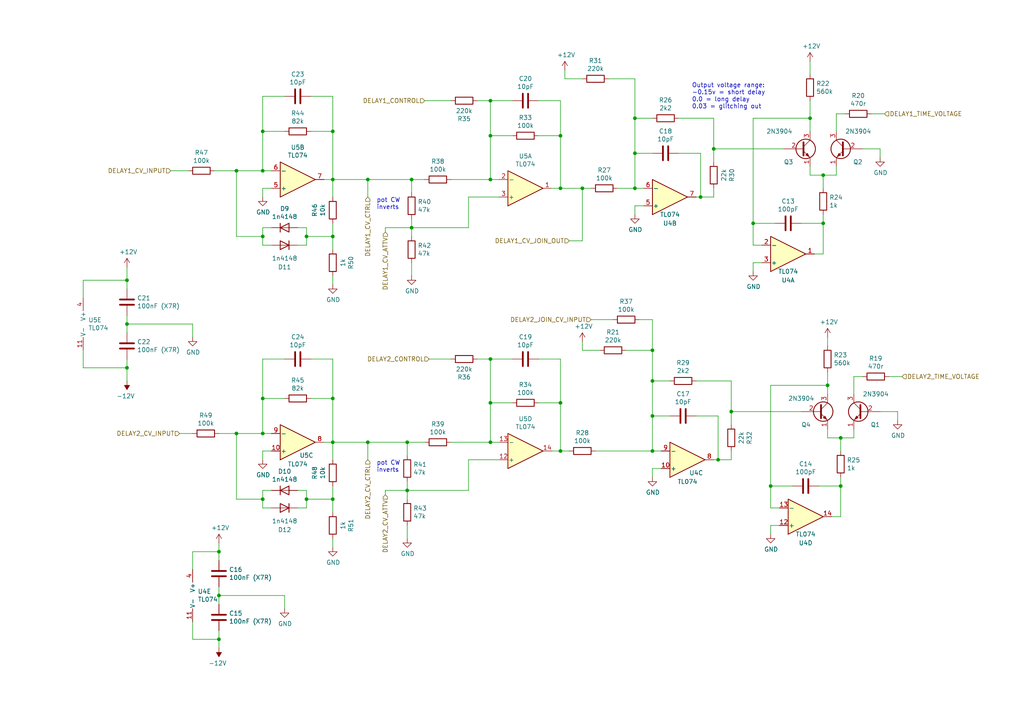
<source format=kicad_sch>
(kicad_sch (version 20211123) (generator eeschema)
  (paper "A4")
  (title_block (date "2022-01-13") (rev "v03") (comment 2 "creativecommons.org/licenses/by/4.0/") (comment 3 "License: CC BY 4.0") (comment 4 "Author: Guy John"))
  (lib_symbols
    (symbol "Amplifier_Operational:TL074" (pin_names (offset 0.127))
      (property "Reference" "U" (at 0 5.08 0))
      (property "Value" "TL074" (at 0 -5.08 0))
      (symbol "TL074_1_1"
        (polyline (pts (xy -5.08 5.08) (xy 5.08 0) (xy -5.08 -5.08) (xy -5.08 5.08)) (stroke (width 0.254)) (fill (type background)))
        (pin output line (at 7.62 0 180) (length 2.54) (name "~") (number "1"))
        (pin input line (at -7.62 -2.54 0) (length 2.54) (name "-") (number "2"))
        (pin input line (at -7.62 2.54 0) (length 2.54) (name "+") (number "3"))
      )
      (symbol "TL074_2_1"
        (polyline (pts (xy -5.08 5.08) (xy 5.08 0) (xy -5.08 -5.08) (xy -5.08 5.08)) (stroke (width 0.254)) (fill (type background)))
        (pin input line (at -7.62 2.54 0) (length 2.54) (name "+") (number "5"))
        (pin input line (at -7.62 -2.54 0) (length 2.54) (name "-") (number "6"))
        (pin output line (at 7.62 0 180) (length 2.54) (name "~") (number "7"))
      )
      (symbol "TL074_3_1"
        (polyline (pts (xy -5.08 5.08) (xy 5.08 0) (xy -5.08 -5.08) (xy -5.08 5.08)) (stroke (width 0.254)) (fill (type background)))
        (pin input line (at -7.62 2.54 0) (length 2.54) (name "+") (number "10"))
        (pin output line (at 7.62 0 180) (length 2.54) (name "~") (number "8"))
        (pin input line (at -7.62 -2.54 0) (length 2.54) (name "-") (number "9"))
      )
      (symbol "TL074_4_1"
        (polyline (pts (xy -5.08 5.08) (xy 5.08 0) (xy -5.08 -5.08) (xy -5.08 5.08)) (stroke (width 0.254)) (fill (type background)))
        (pin input line (at -7.62 2.54 0) (length 2.54) (name "+") (number "12"))
        (pin input line (at -7.62 -2.54 0) (length 2.54) (name "-") (number "13"))
        (pin output line (at 7.62 0 180) (length 2.54) (name "~") (number "14"))
      )
      (symbol "TL074_5_1"
        (pin power_in line (at -2.54 -7.62 90) (length 3.81) (name "V-") (number "11"))
        (pin power_in line (at -2.54 7.62 270) (length 3.81) (name "V+") (number "4"))
      )
    )
    (symbol "Device:C" (pin_numbers hide) (pin_names (offset 0.254))
      (property "Reference" "C" (at 0.635 2.54 0))
      (property "Value" "C" (at 0.635 -2.54 0))
      (symbol "C_0_1"
        (polyline (pts (xy -2.032 -0.762) (xy 2.032 -0.762)) (stroke (width 0.508)))
        (polyline (pts (xy -2.032 0.762) (xy 2.032 0.762)) (stroke (width 0.508)))
      )
      (symbol "C_1_1"
        (pin passive line (at 0 3.81 270) (length 2.794) (name "~") (number "1"))
        (pin passive line (at 0 -3.81 90) (length 2.794) (name "~") (number "2"))
      )
    )
    (symbol "Device:D" (pin_numbers hide) (pin_names (offset 1.016) hide)
      (property "Reference" "D" (at 0 2.54 0))
      (property "Value" "D" (at 0 -2.54 0))
      (symbol "D_0_1"
        (polyline (pts (xy -1.27 1.27) (xy -1.27 -1.27)) (stroke (width 0.254)))
        (polyline (pts (xy 1.27 0) (xy -1.27 0)))
        (polyline (pts (xy 1.27 1.27) (xy 1.27 -1.27) (xy -1.27 0) (xy 1.27 1.27)) (stroke (width 0.254)))
      )
      (symbol "D_1_1"
        (pin passive line (at -3.81 0 0) (length 2.54) (name "K") (number "1"))
        (pin passive line (at 3.81 0 180) (length 2.54) (name "A") (number "2"))
      )
    )
    (symbol "Device:R" (pin_numbers hide) (pin_names (offset 0))
      (property "Reference" "R" (at 2.032 0 90))
      (property "Value" "R" (at 0 0 90))
      (symbol "R_0_1"
        (rectangle (start -1.016 -2.54) (end 1.016 2.54) (stroke (width 0.254)))
      )
      (symbol "R_1_1"
        (pin passive line (at 0 3.81 270) (length 1.27) (name "~") (number "1"))
        (pin passive line (at 0 -3.81 90) (length 1.27) (name "~") (number "2"))
      )
    )
    (symbol "Transistor_BJT:2N3904" (pin_names (offset 0) hide)
      (property "Reference" "Q" (at 5.08 1.905 0))
      (property "Value" "2N3904" (at 5.08 0 0))
      (symbol "2N3904_0_1"
        (polyline (pts (xy 0.635 0.635) (xy 2.54 2.54)))
        (polyline (pts (xy 0.635 -0.635) (xy 2.54 -2.54) (xy 2.54 -2.54)))
        (polyline (pts (xy 0.635 1.905) (xy 0.635 -1.905) (xy 0.635 -1.905)) (stroke (width 0.508)))
        (polyline (pts (xy 1.27 -1.778) (xy 1.778 -1.27) (xy 2.286 -2.286) (xy 1.27 -1.778) (xy 1.27 -1.778)) (fill (type outline)))
        (circle (center 1.27 0) (radius 2.8194) (stroke (width 0.254)))
      )
      (symbol "2N3904_1_1"
        (pin passive line (at 2.54 -5.08 90) (length 2.54) (name "E") (number "1"))
        (pin passive line (at -5.08 0 0) (length 5.715) (name "B") (number "2"))
        (pin passive line (at 2.54 5.08 270) (length 2.54) (name "C") (number "3"))
      )
    )
    (symbol "power:+12V" (power) (pin_names (offset 0))
      (property "Value" "+12V" (at 0 3.556 0))
      (symbol "+12V_0_1"
        (polyline (pts (xy -0.762 1.27) (xy 0 2.54)))
        (polyline (pts (xy 0 0) (xy 0 2.54)))
        (polyline (pts (xy 0 2.54) (xy 0.762 1.27)))
      )
      (symbol "+12V_1_1"
        (pin power_in line (at 0 0 90) (length 0) hide (name "+12V") (number "1"))
      )
    )
    (symbol "power:-12V" (power) (pin_names (offset 0))
      (property "Value" "-12V" (at 0 3.81 0))
      (symbol "-12V_0_0"
        (pin power_in line (at 0 0 90) (length 0) hide (name "-12V") (number "1"))
      )
      (symbol "-12V_0_1"
        (polyline (pts (xy 0 0) (xy 0 1.27) (xy 0.762 1.27) (xy 0 2.54) (xy -0.762 1.27) (xy 0 1.27)) (fill (type outline)))
      )
    )
    (symbol "power:GND" (power) (pin_names (offset 0))
      (property "Value" "GND" (at 0 -3.81 0))
      (symbol "GND_0_1"
        (polyline (pts (xy 0 0) (xy 0 -1.27) (xy 1.27 -1.27) (xy 0 -2.54) (xy -1.27 -1.27) (xy 0 -1.27)))
      )
      (symbol "GND_1_1"
        (pin power_in line (at 0 0 270) (length 0) hide (name "GND") (number "1"))
      )
    )
  )
  (junction (at 36.83 106.68))
  (junction (at 118.11 142.24))
  (junction (at 142.24 52.07))
  (junction (at 203.2 57.15))
  (junction (at 234.95 34.29))
  (junction (at 240.03 111.76))
  (junction (at 189.23 130.81))
  (junction (at 207.01 43.18))
  (junction (at 184.15 34.29))
  (junction (at 238.76 64.77))
  (junction (at 96.52 115.57))
  (junction (at 184.15 54.61))
  (junction (at 189.23 101.6))
  (junction (at 68.58 125.73))
  (junction (at 162.56 39.37))
  (junction (at 162.56 130.81))
  (junction (at 162.56 54.61))
  (junction (at 106.68 52.07))
  (junction (at 118.11 128.27))
  (junction (at 76.2 125.73))
  (junction (at 119.38 66.04))
  (junction (at 96.52 128.27))
  (junction (at 243.84 127))
  (junction (at 88.9 144.78))
  (junction (at 142.24 39.37))
  (junction (at 63.5 160.02))
  (junction (at 142.24 116.84))
  (junction (at 76.2 49.53))
  (junction (at 142.24 128.27))
  (junction (at 106.68 128.27))
  (junction (at 36.83 93.98))
  (junction (at 184.15 44.45))
  (junction (at 96.52 52.07))
  (junction (at 76.2 38.1))
  (junction (at 96.52 68.58))
  (junction (at 243.84 140.97))
  (junction (at 63.5 172.72))
  (junction (at 142.24 104.14))
  (junction (at 168.91 54.61))
  (junction (at 63.5 185.42))
  (junction (at 208.28 133.35))
  (junction (at 142.24 29.21))
  (junction (at 238.76 50.8))
  (junction (at 68.58 49.53))
  (junction (at 189.23 120.65))
  (junction (at 76.2 144.78))
  (junction (at 189.23 110.49))
  (junction (at 96.52 144.78))
  (junction (at 96.52 38.1))
  (junction (at 119.38 52.07))
  (junction (at 162.56 116.84))
  (junction (at 76.2 115.57))
  (junction (at 212.09 119.38))
  (junction (at 218.44 64.77))
  (junction (at 88.9 68.58))
  (junction (at 76.2 68.58))
  (junction (at 223.52 140.97))
  (junction (at 36.83 81.28))
  (wire (pts (xy 168.91 69.85) (xy 168.91 54.61)))
  (wire (pts (xy 76.2 147.32) (xy 76.2 144.78)))
  (wire (pts (xy 227.33 43.18) (xy 207.01 43.18)))
  (wire (pts (xy 63.5 172.72) (xy 63.5 175.26)))
  (wire (pts (xy 243.84 130.81) (xy 243.84 127)))
  (wire (pts (xy 156.21 29.21) (xy 162.56 29.21)))
  (wire (pts (xy 207.01 34.29) (xy 207.01 43.18)))
  (wire (pts (xy 106.68 128.27) (xy 106.68 133.35)))
  (wire (pts (xy 240.03 111.76) (xy 240.03 114.3)))
  (wire (pts (xy 118.11 142.24) (xy 118.11 144.78)))
  (wire (pts (xy 189.23 135.89) (xy 189.23 138.43)))
  (wire (pts (xy 76.2 115.57) (xy 76.2 104.14)))
  (wire (pts (xy 86.36 142.24) (xy 88.9 142.24)))
  (wire (pts (xy 76.2 115.57) (xy 82.55 115.57)))
  (wire (pts (xy 63.5 160.02) (xy 63.5 162.56)))
  (wire (pts (xy 96.52 52.07) (xy 106.68 52.07)))
  (wire (pts (xy 223.52 140.97) (xy 223.52 147.32)))
  (wire (pts (xy 163.83 20.32) (xy 163.83 22.86)))
  (wire (pts (xy 55.88 185.42) (xy 63.5 185.42)))
  (wire (pts (xy 76.2 68.58) (xy 76.2 66.04)))
  (wire (pts (xy 142.24 128.27) (xy 144.78 128.27)))
  (wire (pts (xy 24.13 81.28) (xy 24.13 86.36)))
  (wire (pts (xy 24.13 106.68) (xy 36.83 106.68)))
  (wire (pts (xy 142.24 116.84) (xy 148.59 116.84)))
  (wire (pts (xy 247.65 109.22) (xy 250.19 109.22)))
  (wire (pts (xy 76.2 49.53) (xy 78.74 49.53)))
  (wire (pts (xy 111.76 66.04) (xy 119.38 66.04)))
  (wire (pts (xy 96.52 27.94) (xy 90.17 27.94)))
  (wire (pts (xy 252.73 33.02) (xy 256.54 33.02)))
  (wire (pts (xy 63.5 182.88) (xy 63.5 185.42)))
  (wire (pts (xy 36.83 106.68) (xy 36.83 110.49)))
  (wire (pts (xy 76.2 125.73) (xy 76.2 115.57)))
  (wire (pts (xy 76.2 27.94) (xy 76.2 38.1)))
  (wire (pts (xy 160.02 54.61) (xy 162.56 54.61)))
  (wire (pts (xy 223.52 140.97) (xy 229.87 140.97)))
  (wire (pts (xy 119.38 55.88) (xy 119.38 52.07)))
  (wire (pts (xy 189.23 101.6) (xy 189.23 110.49)))
  (wire (pts (xy 184.15 54.61) (xy 186.69 54.61)))
  (wire (pts (xy 96.52 140.97) (xy 96.52 144.78)))
  (wire (pts (xy 185.42 92.71) (xy 189.23 92.71)))
  (wire (pts (xy 93.98 128.27) (xy 96.52 128.27)))
  (wire (pts (xy 78.74 54.61) (xy 76.2 54.61)))
  (wire (pts (xy 237.49 140.97) (xy 243.84 140.97)))
  (wire (pts (xy 207.01 57.15) (xy 207.01 54.61)))
  (wire (pts (xy 212.09 110.49) (xy 212.09 119.38)))
  (wire (pts (xy 250.19 43.18) (xy 255.27 43.18)))
  (wire (pts (xy 201.93 57.15) (xy 203.2 57.15)))
  (wire (pts (xy 78.74 130.81) (xy 76.2 130.81)))
  (wire (pts (xy 76.2 142.24) (xy 78.74 142.24)))
  (wire (pts (xy 212.09 133.35) (xy 212.09 130.81)))
  (wire (pts (xy 55.88 160.02) (xy 63.5 160.02)))
  (wire (pts (xy 49.53 49.53) (xy 54.61 49.53)))
  (wire (pts (xy 76.2 49.53) (xy 76.2 38.1)))
  (wire (pts (xy 76.2 125.73) (xy 78.74 125.73)))
  (wire (pts (xy 184.15 54.61) (xy 184.15 44.45)))
  (wire (pts (xy 96.52 104.14) (xy 96.52 115.57)))
  (wire (pts (xy 156.21 39.37) (xy 162.56 39.37)))
  (wire (pts (xy 238.76 62.23) (xy 238.76 64.77)))
  (wire (pts (xy 242.57 33.02) (xy 245.11 33.02)))
  (wire (pts (xy 142.24 39.37) (xy 142.24 52.07)))
  (wire (pts (xy 119.38 63.5) (xy 119.38 66.04)))
  (wire (pts (xy 96.52 68.58) (xy 96.52 72.39)))
  (wire (pts (xy 118.11 128.27) (xy 123.19 128.27)))
  (wire (pts (xy 88.9 68.58) (xy 88.9 71.12)))
  (wire (pts (xy 88.9 66.04) (xy 88.9 68.58)))
  (wire (pts (xy 208.28 120.65) (xy 201.93 120.65)))
  (wire (pts (xy 234.95 34.29) (xy 234.95 29.21)))
  (wire (pts (xy 162.56 54.61) (xy 168.91 54.61)))
  (wire (pts (xy 119.38 76.2) (xy 119.38 80.01)))
  (wire (pts (xy 55.88 160.02) (xy 55.88 165.1)))
  (wire (pts (xy 76.2 54.61) (xy 76.2 57.15)))
  (wire (pts (xy 242.57 38.1) (xy 242.57 33.02)))
  (wire (pts (xy 172.72 130.81) (xy 189.23 130.81)))
  (wire (pts (xy 176.53 22.86) (xy 184.15 22.86)))
  (wire (pts (xy 135.89 66.04) (xy 119.38 66.04)))
  (wire (pts (xy 203.2 57.15) (xy 207.01 57.15)))
  (wire (pts (xy 148.59 104.14) (xy 142.24 104.14)))
  (wire (pts (xy 76.2 38.1) (xy 82.55 38.1)))
  (wire (pts (xy 135.89 57.15) (xy 135.89 66.04)))
  (wire (pts (xy 96.52 156.21) (xy 96.52 158.75)))
  (wire (pts (xy 144.78 57.15) (xy 135.89 57.15)))
  (wire (pts (xy 130.81 52.07) (xy 142.24 52.07)))
  (wire (pts (xy 76.2 68.58) (xy 68.58 68.58)))
  (wire (pts (xy 240.03 107.95) (xy 240.03 111.76)))
  (wire (pts (xy 242.57 48.26) (xy 242.57 50.8)))
  (wire (pts (xy 96.52 38.1) (xy 90.17 38.1)))
  (wire (pts (xy 218.44 34.29) (xy 234.95 34.29)))
  (wire (pts (xy 240.03 127) (xy 240.03 124.46)))
  (wire (pts (xy 223.52 111.76) (xy 240.03 111.76)))
  (wire (pts (xy 243.84 138.43) (xy 243.84 140.97)))
  (wire (pts (xy 243.84 127) (xy 240.03 127)))
  (wire (pts (xy 118.11 152.4) (xy 118.11 156.21)))
  (wire (pts (xy 24.13 101.6) (xy 24.13 106.68)))
  (wire (pts (xy 242.57 50.8) (xy 238.76 50.8)))
  (wire (pts (xy 243.84 140.97) (xy 243.84 149.86)))
  (wire (pts (xy 68.58 68.58) (xy 68.58 49.53)))
  (wire (pts (xy 220.98 71.12) (xy 218.44 71.12)))
  (wire (pts (xy 208.28 133.35) (xy 212.09 133.35)))
  (wire (pts (xy 111.76 142.24) (xy 118.11 142.24)))
  (wire (pts (xy 63.5 172.72) (xy 82.55 172.72)))
  (wire (pts (xy 255.27 43.18) (xy 255.27 45.72)))
  (wire (pts (xy 88.9 71.12) (xy 86.36 71.12)))
  (wire (pts (xy 238.76 73.66) (xy 236.22 73.66)))
  (wire (pts (xy 238.76 50.8) (xy 234.95 50.8)))
  (wire (pts (xy 238.76 54.61) (xy 238.76 50.8)))
  (wire (pts (xy 96.52 144.78) (xy 88.9 144.78)))
  (wire (pts (xy 76.2 144.78) (xy 68.58 144.78)))
  (wire (pts (xy 96.52 52.07) (xy 96.52 57.15)))
  (wire (pts (xy 36.83 106.68) (xy 36.83 104.14)))
  (wire (pts (xy 189.23 110.49) (xy 194.31 110.49)))
  (wire (pts (xy 142.24 29.21) (xy 142.24 39.37)))
  (wire (pts (xy 96.52 80.01) (xy 96.52 82.55)))
  (wire (pts (xy 184.15 34.29) (xy 189.23 34.29)))
  (wire (pts (xy 90.17 104.14) (xy 96.52 104.14)))
  (wire (pts (xy 63.5 170.18) (xy 63.5 172.72)))
  (wire (pts (xy 90.17 115.57) (xy 96.52 115.57)))
  (wire (pts (xy 212.09 119.38) (xy 212.09 123.19)))
  (wire (pts (xy 76.2 125.73) (xy 68.58 125.73)))
  (wire (pts (xy 78.74 71.12) (xy 76.2 71.12)))
  (wire (pts (xy 223.52 152.4) (xy 223.52 154.94)))
  (wire (pts (xy 168.91 54.61) (xy 171.45 54.61)))
  (wire (pts (xy 24.13 81.28) (xy 36.83 81.28)))
  (wire (pts (xy 142.24 104.14) (xy 142.24 116.84)))
  (wire (pts (xy 179.07 54.61) (xy 184.15 54.61)))
  (wire (pts (xy 247.65 124.46) (xy 247.65 127)))
  (wire (pts (xy 218.44 71.12) (xy 218.44 64.77)))
  (wire (pts (xy 189.23 44.45) (xy 184.15 44.45)))
  (wire (pts (xy 186.69 59.69) (xy 184.15 59.69)))
  (wire (pts (xy 148.59 39.37) (xy 142.24 39.37)))
  (wire (pts (xy 138.43 29.21) (xy 142.24 29.21)))
  (wire (pts (xy 96.52 144.78) (xy 96.52 148.59)))
  (wire (pts (xy 76.2 104.14) (xy 82.55 104.14)))
  (wire (pts (xy 208.28 133.35) (xy 208.28 120.65)))
  (wire (pts (xy 184.15 22.86) (xy 184.15 34.29)))
  (wire (pts (xy 238.76 73.66) (xy 238.76 64.77)))
  (wire (pts (xy 189.23 110.49) (xy 189.23 120.65)))
  (wire (pts (xy 36.83 93.98) (xy 55.88 93.98)))
  (wire (pts (xy 76.2 71.12) (xy 76.2 68.58)))
  (wire (pts (xy 218.44 76.2) (xy 218.44 78.74)))
  (wire (pts (xy 36.83 91.44) (xy 36.83 93.98)))
  (wire (pts (xy 123.19 29.21) (xy 130.81 29.21)))
  (wire (pts (xy 88.9 142.24) (xy 88.9 144.78)))
  (wire (pts (xy 96.52 64.77) (xy 96.52 68.58)))
  (wire (pts (xy 232.41 119.38) (xy 212.09 119.38)))
  (wire (pts (xy 189.23 92.71) (xy 189.23 101.6)))
  (wire (pts (xy 207.01 43.18) (xy 207.01 46.99)))
  (wire (pts (xy 162.56 130.81) (xy 162.56 116.84)))
  (wire (pts (xy 135.89 133.35) (xy 144.78 133.35)))
  (wire (pts (xy 96.52 52.07) (xy 96.52 38.1)))
  (wire (pts (xy 142.24 52.07) (xy 144.78 52.07)))
  (wire (pts (xy 218.44 64.77) (xy 218.44 34.29)))
  (wire (pts (xy 142.24 128.27) (xy 142.24 116.84)))
  (wire (pts (xy 171.45 92.71) (xy 177.8 92.71)))
  (wire (pts (xy 63.5 185.42) (xy 63.5 187.96)))
  (wire (pts (xy 234.95 17.78) (xy 234.95 21.59)))
  (wire (pts (xy 63.5 125.73) (xy 68.58 125.73)))
  (wire (pts (xy 36.83 81.28) (xy 36.83 83.82)))
  (wire (pts (xy 93.98 52.07) (xy 96.52 52.07)))
  (wire (pts (xy 55.88 180.34) (xy 55.88 185.42)))
  (wire (pts (xy 76.2 130.81) (xy 76.2 133.35)))
  (wire (pts (xy 240.03 100.33) (xy 240.03 97.79)))
  (wire (pts (xy 106.68 57.15) (xy 106.68 52.07)))
  (wire (pts (xy 68.58 144.78) (xy 68.58 125.73)))
  (wire (pts (xy 76.2 66.04) (xy 78.74 66.04)))
  (wire (pts (xy 96.52 128.27) (xy 106.68 128.27)))
  (wire (pts (xy 78.74 147.32) (xy 76.2 147.32)))
  (wire (pts (xy 234.95 34.29) (xy 234.95 38.1)))
  (wire (pts (xy 162.56 29.21) (xy 162.56 39.37)))
  (wire (pts (xy 203.2 44.45) (xy 196.85 44.45)))
  (wire (pts (xy 207.01 133.35) (xy 208.28 133.35)))
  (wire (pts (xy 118.11 139.7) (xy 118.11 142.24)))
  (wire (pts (xy 82.55 172.72) (xy 82.55 176.53)))
  (wire (pts (xy 189.23 130.81) (xy 191.77 130.81)))
  (wire (pts (xy 257.81 109.22) (xy 261.62 109.22)))
  (wire (pts (xy 223.52 140.97) (xy 223.52 111.76)))
  (wire (pts (xy 106.68 52.07) (xy 119.38 52.07)))
  (wire (pts (xy 63.5 157.48) (xy 63.5 160.02)))
  (wire (pts (xy 232.41 64.77) (xy 238.76 64.77)))
  (wire (pts (xy 138.43 104.14) (xy 142.24 104.14)))
  (wire (pts (xy 184.15 44.45) (xy 184.15 34.29)))
  (wire (pts (xy 135.89 133.35) (xy 135.89 142.24)))
  (wire (pts (xy 119.38 66.04) (xy 119.38 68.58)))
  (wire (pts (xy 194.31 120.65) (xy 189.23 120.65)))
  (wire (pts (xy 36.83 77.47) (xy 36.83 81.28)))
  (wire (pts (xy 82.55 27.94) (xy 76.2 27.94)))
  (wire (pts (xy 191.77 135.89) (xy 189.23 135.89)))
  (wire (pts (xy 88.9 147.32) (xy 86.36 147.32)))
  (wire (pts (xy 142.24 29.21) (xy 148.59 29.21)))
  (wire (pts (xy 68.58 49.53) (xy 76.2 49.53)))
  (wire (pts (xy 163.83 22.86) (xy 168.91 22.86)))
  (wire (pts (xy 106.68 128.27) (xy 118.11 128.27)))
  (wire (pts (xy 203.2 57.15) (xy 203.2 44.45)))
  (wire (pts (xy 86.36 66.04) (xy 88.9 66.04)))
  (wire (pts (xy 76.2 144.78) (xy 76.2 142.24)))
  (wire (pts (xy 255.27 119.38) (xy 260.35 119.38)))
  (wire (pts (xy 96.52 38.1) (xy 96.52 27.94)))
  (wire (pts (xy 218.44 64.77) (xy 224.79 64.77)))
  (wire (pts (xy 88.9 144.78) (xy 88.9 147.32)))
  (wire (pts (xy 168.91 99.06) (xy 168.91 101.6)))
  (wire (pts (xy 52.07 125.73) (xy 55.88 125.73)))
  (wire (pts (xy 247.65 127) (xy 243.84 127)))
  (wire (pts (xy 243.84 149.86) (xy 241.3 149.86)))
  (wire (pts (xy 96.52 115.57) (xy 96.52 128.27)))
  (wire (pts (xy 55.88 93.98) (xy 55.88 97.79)))
  (wire (pts (xy 181.61 101.6) (xy 189.23 101.6)))
  (wire (pts (xy 189.23 130.81) (xy 189.23 120.65)))
  (wire (pts (xy 68.58 49.53) (xy 62.23 49.53)))
  (wire (pts (xy 36.83 93.98) (xy 36.83 96.52)))
  (wire (pts (xy 220.98 76.2) (xy 218.44 76.2)))
  (wire (pts (xy 260.35 119.38) (xy 260.35 121.92)))
  (wire (pts (xy 168.91 101.6) (xy 173.99 101.6)))
  (wire (pts (xy 162.56 130.81) (xy 165.1 130.81)))
  (wire (pts (xy 124.46 104.14) (xy 130.81 104.14)))
  (wire (pts (xy 234.95 50.8) (xy 234.95 48.26)))
  (wire (pts (xy 111.76 67.31) (xy 111.76 66.04)))
  (wire (pts (xy 111.76 143.51) (xy 111.76 142.24)))
  (wire (pts (xy 130.81 128.27) (xy 142.24 128.27)))
  (wire (pts (xy 162.56 39.37) (xy 162.56 54.61)))
  (wire (pts (xy 135.89 142.24) (xy 118.11 142.24)))
  (wire (pts (xy 247.65 114.3) (xy 247.65 109.22)))
  (wire (pts (xy 162.56 104.14) (xy 156.21 104.14)))
  (wire (pts (xy 226.06 147.32) (xy 223.52 147.32)))
  (wire (pts (xy 96.52 133.35) (xy 96.52 128.27)))
  (wire (pts (xy 162.56 116.84) (xy 156.21 116.84)))
  (wire (pts (xy 196.85 34.29) (xy 207.01 34.29)))
  (wire (pts (xy 96.52 68.58) (xy 88.9 68.58)))
  (wire (pts (xy 201.93 110.49) (xy 212.09 110.49)))
  (wire (pts (xy 226.06 152.4) (xy 223.52 152.4)))
  (wire (pts (xy 160.02 130.81) (xy 162.56 130.81)))
  (wire (pts (xy 162.56 104.14) (xy 162.56 116.84)))
  (wire (pts (xy 168.91 69.85) (xy 165.1 69.85)))
  (wire (pts (xy 184.15 59.69) (xy 184.15 62.23)))
  (wire (pts (xy 118.11 132.08) (xy 118.11 128.27)))
  (wire (pts (xy 119.38 52.07) (xy 123.19 52.07)))
  (text "Output voltage range:\n-0.15v = short delay\n0.0 = long delay\n0.03 = glitching out" (at 200.66 31.75 0) (effects (font (size 1.27 1.27)) (justify left bottom)))
  (text "pot CW\ninverts" (at 109.22 60.96 0) (effects (font (size 1.27 1.27)) (justify left bottom)))
  (text "pot CW\ninverts" (at 109.22 137.16 0) (effects (font (size 1.27 1.27)) (justify left bottom)))
  (hierarchical_label "DELAY1_CV_JOIN_OUT" (shape input) (at 165.1 69.85 180))
  (hierarchical_label "DELAY2_CV_CTRL" (shape input) (at 106.68 133.35 270))
  (hierarchical_label "DELAY1_CONTROL" (shape input) (at 123.19 29.21 180))
  (hierarchical_label "DELAY1_TIME_VOLTAGE" (shape input) (at 256.54 33.02 0))
  (hierarchical_label "DELAY2_JOIN_CV_INPUT" (shape input) (at 171.45 92.71 180))
  (hierarchical_label "DELAY1_CV_CTRL" (shape input) (at 106.68 57.15 270))
  (hierarchical_label "DELAY2_TIME_VOLTAGE" (shape input) (at 261.62 109.22 0))
  (hierarchical_label "DELAY2_CV_ATTV" (shape input) (at 111.76 143.51 270))
  (hierarchical_label "DELAY1_CV_INPUT" (shape input) (at 49.53 49.53 180))
  (hierarchical_label "DELAY1_CV_ATTV" (shape input) (at 111.76 67.31 270))
  (hierarchical_label "DELAY2_CONTROL" (shape input) (at 124.46 104.14 180))
  (hierarchical_label "DELAY2_CV_INPUT" (shape input) (at 52.07 125.73 180))
  (symbol (lib_id "Amplifier_Operational:TL074") (at 26.67 93.98 0) (unit 5)
    (property "Reference" "U5" (at 25.6032 92.8116 0) (effects (justify left)))
    (property "Value" "TL074" (at 25.6032 95.123 0) (effects (justify left)))
    (property "Footprint" "Rumblesan_Footprints:DIP-14_W7.62mm_Socket" (effects hide))
    (property "Datasheet" "http://www.ti.com/lit/ds/symlink/tl071.pdf" (effects hide))
  )
  (symbol (lib_id "Amplifier_Operational:TL074") (at 58.42 172.72 0) (unit 5)
    (property "Reference" "U4" (at 57.3532 171.5516 0) (effects (justify left)))
    (property "Value" "TL074" (at 57.3532 173.863 0) (effects (justify left)))
    (property "Footprint" "Rumblesan_Footprints:DIP-14_W7.62mm_Socket" (effects hide))
    (property "Datasheet" "http://www.ti.com/lit/ds/symlink/tl071.pdf" (effects hide))
  )
  (symbol (lib_id "Device:C") (at 63.5 166.37 180) (unit 1)
    (property "Reference" "C16" (at 66.421 165.2016 0) (effects (justify right)))
    (property "Value" "100nF (X7R)" (at 66.421 167.513 0) (effects (justify right)))
    (property "Footprint" "Rumblesan_Footprints:C_Rect_L7.0mm_W3.5mm_P5.00mm" (effects hide))
  )
  (symbol (lib_id "Device:C") (at 63.5 179.07 180) (unit 1)
    (property "Reference" "C15" (at 66.421 177.9016 0) (effects (justify right)))
    (property "Value" "100nF (X7R)" (at 66.421 180.213 0) (effects (justify right)))
    (property "Footprint" "Rumblesan_Footprints:C_Rect_L7.0mm_W3.5mm_P5.00mm" (effects hide))
  )
  (symbol (lib_id "Device:C") (at 36.83 87.63 180) (unit 1)
    (property "Reference" "C21" (at 39.751 86.4616 0) (effects (justify right)))
    (property "Value" "100nF (X7R)" (at 39.751 88.773 0) (effects (justify right)))
    (property "Footprint" "Rumblesan_Footprints:C_Rect_L7.0mm_W3.5mm_P5.00mm" (effects hide))
  )
  (symbol (lib_id "Device:C") (at 36.83 100.33 180) (unit 1)
    (property "Reference" "C22" (at 39.751 99.1616 0) (effects (justify right)))
    (property "Value" "100nF (X7R)" (at 39.751 101.473 0) (effects (justify right)))
    (property "Footprint" "Rumblesan_Footprints:C_Rect_L7.0mm_W3.5mm_P5.00mm" (effects hide))
  )
  (symbol (lib_id "Device:R") (at 96.52 76.2 180) (unit 1)
    (property "Reference" "R50" (at 101.7778 76.2 90))
    (property "Value" "1k" (at 99.4664 76.2 90))
    (property "Footprint" "Rumblesan_Footprints:Resistor_THT_L6.3mm_D2.5mm_P10.16mm_Horizontal" (effects hide))
  )
  (symbol (lib_id "Device:R") (at 96.52 60.96 0) (unit 1)
    (property "Reference" "R46" (at 91.2622 60.96 90))
    (property "Value" "10k" (at 93.5736 60.96 90))
    (property "Footprint" "Rumblesan_Footprints:Resistor_THT_L6.3mm_D2.5mm_P10.16mm_Horizontal" (effects hide))
  )
  (symbol (lib_id "Device:D") (at 82.55 66.04 0) (unit 1)
    (property "Reference" "D9" (at 82.55 60.5282 0))
    (property "Value" "1n4148" (at 82.55 62.8396 0))
    (property "Footprint" "Rumblesan_Footprints:Diode_THT_P7.62mm_Horizontal" (effects hide))
  )
  (symbol (lib_id "Device:D") (at 82.55 71.12 180) (unit 1)
    (property "Reference" "D11" (at 82.55 77.47 0))
    (property "Value" "1n4148" (at 82.55 74.93 0))
    (property "Footprint" "Rumblesan_Footprints:Diode_THT_P7.62mm_Horizontal" (effects hide))
  )
  (symbol (lib_id "Amplifier_Operational:TL074") (at 194.31 57.15 0) (mirror x) (unit 2)
    (property "Reference" "U4" (at 194.31 64.77 0))
    (property "Value" "TL074" (at 194.31 62.23 0))
    (property "Footprint" "Rumblesan_Footprints:DIP-14_W7.62mm_Socket" (effects hide))
    (property "Datasheet" "http://www.ti.com/lit/ds/symlink/tl071.pdf" (effects hide))
  )
  (symbol (lib_id "Amplifier_Operational:TL074") (at 199.39 133.35 0) (mirror x) (unit 3)
    (property "Reference" "U4" (at 201.93 137.16 0))
    (property "Value" "TL074" (at 199.39 139.7 0))
    (property "Footprint" "Rumblesan_Footprints:DIP-14_W7.62mm_Socket" (effects hide))
    (property "Datasheet" "http://www.ti.com/lit/ds/symlink/tl071.pdf" (effects hide))
  )
  (symbol (lib_id "Device:R") (at 198.12 110.49 270) (unit 1)
    (property "Reference" "R29" (at 198.12 105.2322 90))
    (property "Value" "2k2" (at 198.12 107.5436 90))
    (property "Footprint" "Rumblesan_Footprints:Resistor_THT_L6.3mm_D2.5mm_P10.16mm_Horizontal" (effects hide))
  )
  (symbol (lib_id "Device:R") (at 212.09 127 180) (unit 1)
    (property "Reference" "R32" (at 217.3478 127 90))
    (property "Value" "22k" (at 215.0364 127 90))
    (property "Footprint" "Rumblesan_Footprints:Resistor_THT_L6.3mm_D2.5mm_P10.16mm_Horizontal" (effects hide))
  )
  (symbol (lib_id "Device:C") (at 198.12 120.65 270) (unit 1)
    (property "Reference" "C17" (at 198.12 114.2492 90))
    (property "Value" "10pF" (at 198.12 116.5606 90))
    (property "Footprint" "Rumblesan_Footprints:C_Rect_L7.0mm_W3.5mm_P5.00mm" (effects hide))
  )
  (symbol (lib_id "Device:R") (at 177.8 101.6 270) (unit 1)
    (property "Reference" "R21" (at 177.8 96.3422 90))
    (property "Value" "220k" (at 177.8 98.6536 90))
    (property "Footprint" "Rumblesan_Footprints:Resistor_THT_L6.3mm_D2.5mm_P10.16mm_Horizontal" (effects hide))
  )
  (symbol (lib_id "Transistor_BJT:2N3904") (at 250.19 119.38 0) (mirror y) (unit 1)
    (property "Reference" "Q1" (at 255.27 123.19 0) (effects (justify left)))
    (property "Value" "2N3904" (at 257.81 114.3 0) (effects (justify left)))
    (property "Footprint" "Package_TO_SOT_THT:TO-92_Inline_Wide" (effects hide))
    (property "Datasheet" "https://www.onsemi.com/pub/Collateral/2N3903-D.PDF" (effects hide))
  )
  (symbol (lib_id "Transistor_BJT:2N3904") (at 237.49 119.38 0) (unit 1)
    (property "Reference" "Q4" (at 232.41 123.19 0) (effects (justify left)))
    (property "Value" "2N3904" (at 228.6 115.57 0) (effects (justify left)))
    (property "Footprint" "Package_TO_SOT_THT:TO-92_Inline_Wide" (effects hide))
    (property "Datasheet" "https://www.onsemi.com/pub/Collateral/2N3903-D.PDF" (effects hide))
  )
  (symbol (lib_id "Device:R") (at 243.84 134.62 0) (unit 1)
    (property "Reference" "R25" (at 245.618 133.4516 0) (effects (justify left)))
    (property "Value" "1k" (at 245.618 135.763 0) (effects (justify left)))
    (property "Footprint" "Rumblesan_Footprints:Resistor_THT_L6.3mm_D2.5mm_P10.16mm_Horizontal" (effects hide))
  )
  (symbol (lib_id "Device:C") (at 233.68 140.97 90) (unit 1)
    (property "Reference" "C14" (at 233.68 134.5692 90))
    (property "Value" "100pF" (at 233.68 136.8806 90))
    (property "Footprint" "Rumblesan_Footprints:C_Rect_L7.0mm_W3.5mm_P5.00mm" (effects hide))
  )
  (symbol (lib_id "Device:R") (at 240.03 104.14 0) (unit 1)
    (property "Reference" "R23" (at 241.808 102.9716 0) (effects (justify left)))
    (property "Value" "560k" (at 241.808 105.283 0) (effects (justify left)))
    (property "Footprint" "Rumblesan_Footprints:Resistor_THT_L6.3mm_D2.5mm_P10.16mm_Horizontal" (effects hide))
  )
  (symbol (lib_id "Device:R") (at 254 109.22 270) (unit 1)
    (property "Reference" "R19" (at 254 103.9622 90))
    (property "Value" "470r" (at 254 106.2736 90))
    (property "Footprint" "Rumblesan_Footprints:Resistor_THT_L6.3mm_D2.5mm_P10.16mm_Horizontal" (effects hide))
  )
  (symbol (lib_id "Device:R") (at 168.91 130.81 270) (unit 1)
    (property "Reference" "R28" (at 168.91 125.5522 90))
    (property "Value" "100k" (at 168.91 127.8636 90))
    (property "Footprint" "Rumblesan_Footprints:Resistor_THT_L6.3mm_D2.5mm_P10.16mm_Horizontal" (effects hide))
  )
  (symbol (lib_id "Device:C") (at 152.4 104.14 270) (unit 1)
    (property "Reference" "C19" (at 152.4 97.7392 90))
    (property "Value" "10pF" (at 152.4 100.0506 90))
    (property "Footprint" "Rumblesan_Footprints:C_Rect_L7.0mm_W3.5mm_P5.00mm" (effects hide))
  )
  (symbol (lib_id "Device:R") (at 152.4 116.84 270) (unit 1)
    (property "Reference" "R34" (at 152.4 111.5822 90))
    (property "Value" "100k" (at 152.4 113.8936 90))
    (property "Footprint" "Rumblesan_Footprints:Resistor_THT_L6.3mm_D2.5mm_P10.16mm_Horizontal" (effects hide))
  )
  (symbol (lib_id "Device:R") (at 118.11 148.59 180) (unit 1)
    (property "Reference" "R43" (at 119.888 147.4216 0) (effects (justify right)))
    (property "Value" "47k" (at 119.888 149.733 0) (effects (justify right)))
    (property "Footprint" "Rumblesan_Footprints:Resistor_THT_L6.3mm_D2.5mm_P10.16mm_Horizontal" (effects hide))
  )
  (symbol (lib_id "Device:R") (at 127 128.27 270) (unit 1)
    (property "Reference" "R39" (at 127 123.0122 90))
    (property "Value" "100k" (at 127 125.3236 90))
    (property "Footprint" "Rumblesan_Footprints:Resistor_THT_L6.3mm_D2.5mm_P10.16mm_Horizontal" (effects hide))
  )
  (symbol (lib_id "Amplifier_Operational:TL074") (at 228.6 73.66 0) (mirror x) (unit 1)
    (property "Reference" "U4" (at 228.6 81.28 0))
    (property "Value" "TL074" (at 228.6 78.74 0))
    (property "Footprint" "Rumblesan_Footprints:DIP-14_W7.62mm_Socket" (effects hide))
    (property "Datasheet" "http://www.ti.com/lit/ds/symlink/tl071.pdf" (effects hide))
  )
  (symbol (lib_id "Amplifier_Operational:TL074") (at 86.36 52.07 0) (mirror x) (unit 2)
    (property "Reference" "U5" (at 86.36 42.7482 0))
    (property "Value" "TL074" (at 86.36 45.0596 0))
    (property "Footprint" "Rumblesan_Footprints:DIP-14_W7.62mm_Socket" (effects hide))
    (property "Datasheet" "http://www.ti.com/lit/ds/symlink/tl071.pdf" (effects hide))
  )
  (symbol (lib_id "Amplifier_Operational:TL074") (at 86.36 128.27 0) (mirror x) (unit 3)
    (property "Reference" "U5" (at 88.9 132.08 0))
    (property "Value" "TL074" (at 86.36 134.62 0))
    (property "Footprint" "Rumblesan_Footprints:DIP-14_W7.62mm_Socket" (effects hide))
    (property "Datasheet" "http://www.ti.com/lit/ds/symlink/tl071.pdf" (effects hide))
  )
  (symbol (lib_id "Device:R") (at 193.04 34.29 270) (unit 1)
    (property "Reference" "R26" (at 193.04 29.0322 90))
    (property "Value" "2k2" (at 193.04 31.3436 90))
    (property "Footprint" "Rumblesan_Footprints:Resistor_THT_L6.3mm_D2.5mm_P10.16mm_Horizontal" (effects hide))
  )
  (symbol (lib_id "Device:R") (at 207.01 50.8 180) (unit 1)
    (property "Reference" "R30" (at 212.2678 50.8 90))
    (property "Value" "22k" (at 209.9564 50.8 90))
    (property "Footprint" "Rumblesan_Footprints:Resistor_THT_L6.3mm_D2.5mm_P10.16mm_Horizontal" (effects hide))
  )
  (symbol (lib_id "Device:C") (at 193.04 44.45 270) (unit 1)
    (property "Reference" "C18" (at 193.04 38.0492 90))
    (property "Value" "10pF" (at 193.04 40.3606 90))
    (property "Footprint" "Rumblesan_Footprints:C_Rect_L7.0mm_W3.5mm_P5.00mm" (effects hide))
  )
  (symbol (lib_id "Transistor_BJT:2N3904") (at 245.11 43.18 0) (mirror y) (unit 1)
    (property "Reference" "Q2" (at 250.19 46.99 0) (effects (justify left)))
    (property "Value" "2N3904" (at 252.73 38.1 0) (effects (justify left)))
    (property "Footprint" "Package_TO_SOT_THT:TO-92_Inline_Wide" (effects hide))
    (property "Datasheet" "https://www.onsemi.com/pub/Collateral/2N3903-D.PDF" (effects hide))
  )
  (symbol (lib_id "Transistor_BJT:2N3904") (at 232.41 43.18 0) (unit 1)
    (property "Reference" "Q3" (at 227.33 46.99 0) (effects (justify left)))
    (property "Value" "2N3904" (at 222.25 38.1 0) (effects (justify left)))
    (property "Footprint" "Package_TO_SOT_THT:TO-92_Inline_Wide" (effects hide))
    (property "Datasheet" "https://www.onsemi.com/pub/Collateral/2N3903-D.PDF" (effects hide))
  )
  (symbol (lib_id "Device:R") (at 238.76 58.42 0) (unit 1)
    (property "Reference" "R24" (at 240.538 57.2516 0) (effects (justify left)))
    (property "Value" "1k" (at 240.538 59.563 0) (effects (justify left)))
    (property "Footprint" "Rumblesan_Footprints:Resistor_THT_L6.3mm_D2.5mm_P10.16mm_Horizontal" (effects hide))
  )
  (symbol (lib_id "Device:C") (at 228.6 64.77 90) (unit 1)
    (property "Reference" "C13" (at 228.6 58.3692 90))
    (property "Value" "100pF" (at 228.6 60.6806 90))
    (property "Footprint" "Rumblesan_Footprints:C_Rect_L7.0mm_W3.5mm_P5.00mm" (effects hide))
  )
  (symbol (lib_id "Device:R") (at 234.95 25.4 0) (unit 1)
    (property "Reference" "R22" (at 236.728 24.2316 0) (effects (justify left)))
    (property "Value" "560k" (at 236.728 26.543 0) (effects (justify left)))
    (property "Footprint" "Rumblesan_Footprints:Resistor_THT_L6.3mm_D2.5mm_P10.16mm_Horizontal" (effects hide))
  )
  (symbol (lib_id "Device:R") (at 248.92 33.02 270) (unit 1)
    (property "Reference" "R20" (at 248.92 27.7622 90))
    (property "Value" "470r" (at 248.92 30.0736 90))
    (property "Footprint" "Rumblesan_Footprints:Resistor_THT_L6.3mm_D2.5mm_P10.16mm_Horizontal" (effects hide))
  )
  (symbol (lib_id "Device:R") (at 127 52.07 270) (unit 1)
    (property "Reference" "R38" (at 127 46.8122 90))
    (property "Value" "100k" (at 127 49.1236 90))
    (property "Footprint" "Rumblesan_Footprints:Resistor_THT_L6.3mm_D2.5mm_P10.16mm_Horizontal" (effects hide))
  )
  (symbol (lib_id "Device:C") (at 86.36 27.94 270) (unit 1)
    (property "Reference" "C23" (at 86.36 21.5392 90))
    (property "Value" "10pF" (at 86.36 23.8506 90))
    (property "Footprint" "Rumblesan_Footprints:C_Rect_L7.0mm_W3.5mm_P5.00mm" (effects hide))
  )
  (symbol (lib_id "Device:R") (at 86.36 38.1 270) (unit 1)
    (property "Reference" "R44" (at 86.36 32.8422 90))
    (property "Value" "82k" (at 86.36 35.1536 90))
    (property "Footprint" "Rumblesan_Footprints:Resistor_THT_L6.3mm_D2.5mm_P10.16mm_Horizontal" (effects hide))
  )
  (symbol (lib_id "Device:R") (at 119.38 72.39 180) (unit 1)
    (property "Reference" "R42" (at 121.158 71.2216 0) (effects (justify right)))
    (property "Value" "47k" (at 121.158 73.533 0) (effects (justify right)))
    (property "Footprint" "Rumblesan_Footprints:Resistor_THT_L6.3mm_D2.5mm_P10.16mm_Horizontal" (effects hide))
  )
  (symbol (lib_id "Device:R") (at 58.42 49.53 270) (unit 1)
    (property "Reference" "R47" (at 58.42 44.2722 90))
    (property "Value" "100k" (at 58.42 46.5836 90))
    (property "Footprint" "Rumblesan_Footprints:Resistor_THT_L6.3mm_D2.5mm_P10.16mm_Horizontal" (effects hide))
  )
  (symbol (lib_id "Amplifier_Operational:TL074") (at 152.4 54.61 0) (mirror x) (unit 1)
    (property "Reference" "U5" (at 152.4 45.2882 0))
    (property "Value" "TL074" (at 152.4 47.5996 0))
    (property "Footprint" "Rumblesan_Footprints:DIP-14_W7.62mm_Socket" (effects hide))
    (property "Datasheet" "http://www.ti.com/lit/ds/symlink/tl071.pdf" (effects hide))
  )
  (symbol (lib_id "Amplifier_Operational:TL074") (at 152.4 130.81 0) (mirror x) (unit 4)
    (property "Reference" "U5" (at 152.4 121.4882 0))
    (property "Value" "TL074" (at 152.4 123.7996 0))
    (property "Footprint" "Rumblesan_Footprints:DIP-14_W7.62mm_Socket" (effects hide))
    (property "Datasheet" "http://www.ti.com/lit/ds/symlink/tl071.pdf" (effects hide))
  )
  (symbol (lib_id "Device:R") (at 152.4 39.37 270) (unit 1)
    (property "Reference" "R33" (at 152.4 34.1122 90))
    (property "Value" "100k" (at 152.4 36.4236 90))
    (property "Footprint" "Rumblesan_Footprints:Resistor_THT_L6.3mm_D2.5mm_P10.16mm_Horizontal" (effects hide))
  )
  (symbol (lib_id "Device:R") (at 175.26 54.61 270) (unit 1)
    (property "Reference" "R27" (at 175.26 49.3522 90))
    (property "Value" "100k" (at 175.26 51.6636 90))
    (property "Footprint" "Rumblesan_Footprints:Resistor_THT_L6.3mm_D2.5mm_P10.16mm_Horizontal" (effects hide))
  )
  (symbol (lib_id "Device:C") (at 152.4 29.21 270) (unit 1)
    (property "Reference" "C20" (at 152.4 22.8092 90))
    (property "Value" "10pF" (at 152.4 25.1206 90))
    (property "Footprint" "Rumblesan_Footprints:C_Rect_L7.0mm_W3.5mm_P5.00mm" (effects hide))
  )
  (symbol (lib_id "Device:R") (at 134.62 104.14 90) (unit 1)
    (property "Reference" "R36" (at 134.62 109.3978 90))
    (property "Value" "220k" (at 134.62 107.0864 90))
    (property "Footprint" "Rumblesan_Footprints:Resistor_THT_L6.3mm_D2.5mm_P10.16mm_Horizontal" (effects hide))
  )
  (symbol (lib_id "Amplifier_Operational:TL074") (at 233.68 149.86 0) (mirror x) (unit 4)
    (property "Reference" "U4" (at 233.68 157.48 0))
    (property "Value" "TL074" (at 233.68 154.94 0))
    (property "Footprint" "Rumblesan_Footprints:DIP-14_W7.62mm_Socket" (effects hide))
    (property "Datasheet" "http://www.ti.com/lit/ds/symlink/tl071.pdf" (effects hide))
  )
  (symbol (lib_id "Device:R") (at 86.36 115.57 90) (mirror x) (unit 1)
    (property "Reference" "R45" (at 86.36 110.3122 90))
    (property "Value" "82k" (at 86.36 112.6236 90))
    (property "Footprint" "Rumblesan_Footprints:Resistor_THT_L6.3mm_D2.5mm_P10.16mm_Horizontal" (effects hide))
  )
  (symbol (lib_id "Device:R") (at 59.69 125.73 90) (mirror x) (unit 1)
    (property "Reference" "R49" (at 59.69 120.4722 90))
    (property "Value" "100k" (at 59.69 122.7836 90))
    (property "Footprint" "Rumblesan_Footprints:Resistor_THT_L6.3mm_D2.5mm_P10.16mm_Horizontal" (effects hide))
  )
  (symbol (lib_id "Device:R") (at 181.61 92.71 90) (mirror x) (unit 1)
    (property "Reference" "R37" (at 181.61 87.4522 90))
    (property "Value" "100k" (at 181.61 89.7636 90))
    (property "Footprint" "Rumblesan_Footprints:Resistor_THT_L6.3mm_D2.5mm_P10.16mm_Horizontal" (effects hide))
  )
  (symbol (lib_id "Device:R") (at 172.72 22.86 270) (unit 1)
    (property "Reference" "R31" (at 172.72 17.6022 90))
    (property "Value" "220k" (at 172.72 19.9136 90))
    (property "Footprint" "Rumblesan_Footprints:Resistor_THT_L6.3mm_D2.5mm_P10.16mm_Horizontal" (effects hide))
  )
  (symbol (lib_id "Device:R") (at 134.62 29.21 90) (unit 1)
    (property "Reference" "R35" (at 134.62 34.4678 90))
    (property "Value" "220k" (at 134.62 32.1564 90))
    (property "Footprint" "Rumblesan_Footprints:Resistor_THT_L6.3mm_D2.5mm_P10.16mm_Horizontal" (effects hide))
  )
  (symbol (lib_id "Device:R") (at 119.38 59.69 180) (unit 1)
    (property "Reference" "R40" (at 121.158 58.5216 0) (effects (justify right)))
    (property "Value" "47k" (at 121.158 60.833 0) (effects (justify right)))
    (property "Footprint" "Rumblesan_Footprints:Resistor_THT_L6.3mm_D2.5mm_P10.16mm_Horizontal" (effects hide))
  )
  (symbol (lib_id "Device:R") (at 96.52 152.4 180) (unit 1)
    (property "Reference" "R51" (at 101.7778 152.4 90))
    (property "Value" "1k" (at 99.4664 152.4 90))
    (property "Footprint" "Rumblesan_Footprints:Resistor_THT_L6.3mm_D2.5mm_P10.16mm_Horizontal" (effects hide))
  )
  (symbol (lib_id "Device:D") (at 82.55 142.24 0) (unit 1)
    (property "Reference" "D10" (at 82.55 136.7282 0))
    (property "Value" "1n4148" (at 82.55 139.0396 0))
    (property "Footprint" "Rumblesan_Footprints:Diode_THT_P7.62mm_Horizontal" (effects hide))
  )
  (symbol (lib_id "Device:D") (at 82.55 147.32 180) (unit 1)
    (property "Reference" "D12" (at 82.55 153.67 0))
    (property "Value" "1n4148" (at 82.55 151.13 0))
    (property "Footprint" "Rumblesan_Footprints:Diode_THT_P7.62mm_Horizontal" (effects hide))
  )
  (symbol (lib_id "Device:R") (at 96.52 137.16 0) (unit 1)
    (property "Reference" "R48" (at 91.2622 137.16 90))
    (property "Value" "10k" (at 93.5736 137.16 90))
    (property "Footprint" "Rumblesan_Footprints:Resistor_THT_L6.3mm_D2.5mm_P10.16mm_Horizontal" (effects hide))
  )
  (symbol (lib_id "Device:R") (at 118.11 135.89 180) (unit 1)
    (property "Reference" "R41" (at 119.888 134.7216 0) (effects (justify right)))
    (property "Value" "47k" (at 119.888 137.033 0) (effects (justify right)))
    (property "Footprint" "Rumblesan_Footprints:Resistor_THT_L6.3mm_D2.5mm_P10.16mm_Horizontal" (effects hide))
  )
  (symbol (lib_id "Device:C") (at 86.36 104.14 270) (unit 1)
    (property "Reference" "C24" (at 86.36 97.7392 90))
    (property "Value" "10pF" (at 86.36 100.0506 90))
    (property "Footprint" "Rumblesan_Footprints:C_Rect_L7.0mm_W3.5mm_P5.00mm" (effects hide))
  )
  (symbol (lib_id "power:GND") (at 118.11 156.21 0) (unit 1)
    (property "Reference" "#PWR0137" (effects hide))
    (property "Value" "GND" (at 118.237 160.6042 0))
  )
  (symbol (lib_id "power:+12V") (at 63.5 157.48 0) (unit 1)
    (property "Reference" "#PWR0125" (effects hide))
    (property "Value" "+12V" (at 63.881 153.0858 0))
  )
  (symbol (lib_id "power:GND") (at 96.52 82.55 0) (unit 1)
    (property "Reference" "#PWR0123" (effects hide))
    (property "Value" "GND" (at 96.647 86.9442 0))
  )
  (symbol (lib_id "power:GND") (at 184.15 62.23 0) (unit 1)
    (property "Reference" "#PWR0109" (effects hide))
    (property "Value" "GND" (at 184.277 66.6242 0))
  )
  (symbol (lib_id "power:GND") (at 255.27 45.72 0) (unit 1)
    (property "Reference" "#PWR0117" (effects hide))
    (property "Value" "GND" (at 255.397 50.1142 0))
  )
  (symbol (lib_id "power:GND") (at 189.23 138.43 0) (unit 1)
    (property "Reference" "#PWR0118" (effects hide))
    (property "Value" "GND" (at 189.357 142.8242 0))
  )
  (symbol (lib_id "power:GND") (at 55.88 97.79 0) (unit 1)
    (property "Reference" "#PWR0180" (effects hide))
    (property "Value" "GND" (at 56.007 102.1842 0))
  )
  (symbol (lib_id "power:GND") (at 76.2 57.15 0) (unit 1)
    (property "Reference" "#PWR0139" (effects hide))
    (property "Value" "GND" (at 76.327 61.5442 0))
  )
  (symbol (lib_id "power:+12V") (at 163.83 20.32 0) (unit 1)
    (property "Reference" "#PWR0110" (effects hide))
    (property "Value" "+12V" (at 164.211 15.9258 0))
  )
  (symbol (lib_id "power:GND") (at 260.35 121.92 0) (unit 1)
    (property "Reference" "#PWR0116" (effects hide))
    (property "Value" "GND" (at 260.477 126.3142 0))
  )
  (symbol (lib_id "power:GND") (at 82.55 176.53 0) (unit 1)
    (property "Reference" "#PWR0134" (effects hide))
    (property "Value" "GND" (at 82.677 180.9242 0))
  )
  (symbol (lib_id "power:GND") (at 119.38 80.01 0) (unit 1)
    (property "Reference" "#PWR0124" (effects hide))
    (property "Value" "GND" (at 119.507 84.4042 0))
  )
  (symbol (lib_id "power:+12V") (at 240.03 97.79 0) (unit 1)
    (property "Reference" "#PWR0114" (effects hide))
    (property "Value" "+12V" (at 240.411 93.3958 0))
  )
  (symbol (lib_id "power:GND") (at 223.52 154.94 0) (unit 1)
    (property "Reference" "#PWR0112" (effects hide))
    (property "Value" "GND" (at 223.647 159.3342 0))
  )
  (symbol (lib_id "power:+12V") (at 36.83 77.47 0) (unit 1)
    (property "Reference" "#PWR0178" (effects hide))
    (property "Value" "+12V" (at 37.211 73.0758 0))
  )
  (symbol (lib_id "power:+12V") (at 234.95 17.78 0) (unit 1)
    (property "Reference" "#PWR0111" (effects hide))
    (property "Value" "+12V" (at 235.331 13.3858 0))
  )
  (symbol (lib_id "power:-12V") (at 36.83 110.49 180) (unit 1)
    (property "Reference" "#PWR0179" (effects hide))
    (property "Value" "-12V" (at 36.449 114.8842 0))
  )
  (symbol (lib_id "power:+12V") (at 168.91 99.06 0) (unit 1)
    (property "Reference" "#PWR0113" (effects hide))
    (property "Value" "+12V" (at 169.291 94.6658 0))
  )
  (symbol (lib_id "power:GND") (at 96.52 158.75 0) (unit 1)
    (property "Reference" "#PWR0138" (effects hide))
    (property "Value" "GND" (at 96.647 163.1442 0))
  )
  (symbol (lib_id "power:GND") (at 76.2 133.35 0) (unit 1)
    (property "Reference" "#PWR0136" (effects hide))
    (property "Value" "GND" (at 76.327 137.7442 0))
  )
  (symbol (lib_id "power:-12V") (at 63.5 187.96 180) (unit 1)
    (property "Reference" "#PWR0135" (effects hide))
    (property "Value" "-12V" (at 63.119 192.3542 0))
  )
  (symbol (lib_id "power:GND") (at 218.44 78.74 0) (unit 1)
    (property "Reference" "#PWR0115" (effects hide))
    (property "Value" "GND" (at 218.567 83.1342 0))
  )
)
</source>
